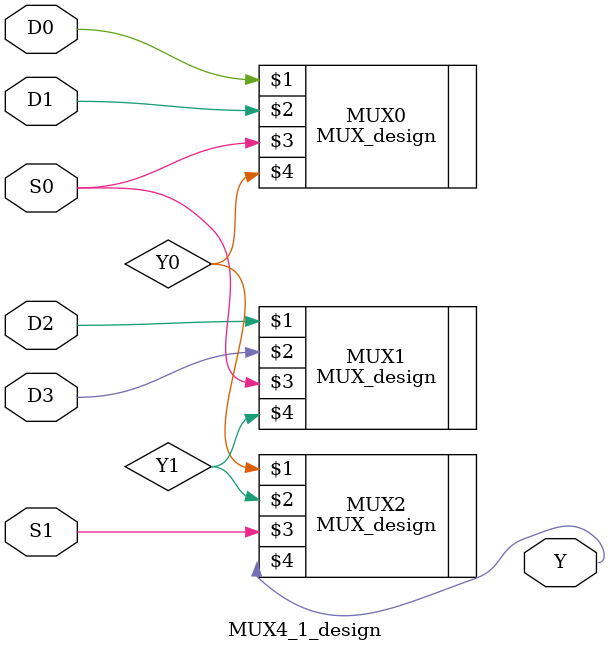
<source format=v>
module MUX4_1_design (
    input D0,
    input D1,
    input D2,
    input D3,
    input S0,
    input S1,
    output Y
);
    wire Y0, Y1;

    MUX_design MUX0 (D0, D1, S0, Y0);
    MUX_design MUX1 (D2, D3, S0, Y1);
    MUX_design MUX2 (Y0, Y1, S1, Y);
endmodule
</source>
